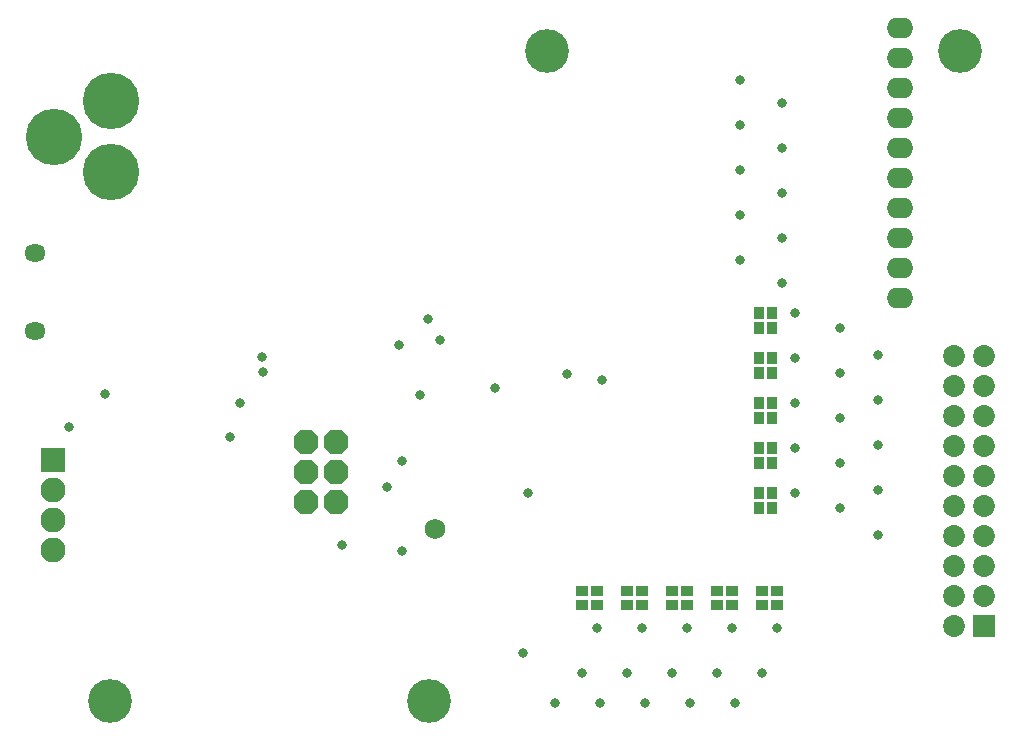
<source format=gbs>
G04 Layer_Color=8150272*
%FSLAX24Y24*%
%MOIN*%
G70*
G01*
G75*
%ADD63R,0.0356X0.0415*%
%ADD78C,0.0830*%
%ADD79R,0.0830X0.0830*%
%ADD80P,0.0888X8X112.5*%
%ADD81C,0.0730*%
%ADD82R,0.0730X0.0730*%
%ADD83O,0.0880X0.0680*%
%ADD84C,0.1880*%
%ADD85C,0.0680*%
%ADD86O,0.0710X0.0580*%
%ADD87C,0.1458*%
%ADD88C,0.0320*%
%ADD89R,0.0415X0.0356*%
D63*
X34774Y39000D02*
D03*
X35226D02*
D03*
X34774Y38500D02*
D03*
X35226D02*
D03*
X34774Y37500D02*
D03*
X35226D02*
D03*
X34774Y37000D02*
D03*
X35226D02*
D03*
X34774Y36000D02*
D03*
X35226D02*
D03*
X34774Y35500D02*
D03*
X35226D02*
D03*
X34774Y34500D02*
D03*
X35226D02*
D03*
X34774Y34000D02*
D03*
X35226D02*
D03*
X34774Y33000D02*
D03*
X35226D02*
D03*
X34774Y32500D02*
D03*
X35226D02*
D03*
D78*
X11250Y31100D02*
D03*
Y32100D02*
D03*
Y33100D02*
D03*
D79*
Y34100D02*
D03*
D80*
X19700Y34700D02*
D03*
X20700D02*
D03*
X19700Y33700D02*
D03*
X20700D02*
D03*
X19700Y32700D02*
D03*
X20700D02*
D03*
D81*
X42270Y36550D02*
D03*
X41270D02*
D03*
Y37550D02*
D03*
X42270D02*
D03*
Y35550D02*
D03*
X41270D02*
D03*
Y34550D02*
D03*
X42270D02*
D03*
X41270Y33550D02*
D03*
Y32550D02*
D03*
Y31550D02*
D03*
Y30550D02*
D03*
Y29550D02*
D03*
Y28550D02*
D03*
X42270Y33550D02*
D03*
Y32550D02*
D03*
Y31550D02*
D03*
Y30550D02*
D03*
Y29550D02*
D03*
D82*
Y28550D02*
D03*
D83*
X39470Y40500D02*
D03*
Y39500D02*
D03*
Y41500D02*
D03*
Y42500D02*
D03*
Y43500D02*
D03*
Y45500D02*
D03*
Y44500D02*
D03*
Y46500D02*
D03*
Y47500D02*
D03*
Y48500D02*
D03*
D84*
X11271Y44868D02*
D03*
X13200Y43706D02*
D03*
Y46069D02*
D03*
D85*
X24000Y31800D02*
D03*
D86*
X10648Y40999D02*
D03*
Y38401D02*
D03*
D87*
X13150Y26075D02*
D03*
X23780D02*
D03*
X27717Y47728D02*
D03*
X41496D02*
D03*
D88*
X34150Y40750D02*
D03*
X35550Y41500D02*
D03*
X34150Y42250D02*
D03*
X35550Y43000D02*
D03*
Y44500D02*
D03*
X34150Y43750D02*
D03*
Y45250D02*
D03*
X35550Y46000D02*
D03*
X34150Y46750D02*
D03*
X35550Y40000D02*
D03*
X36000Y39000D02*
D03*
X37500Y38500D02*
D03*
X36000Y37500D02*
D03*
X37500Y37000D02*
D03*
X36000Y36000D02*
D03*
X37500Y35500D02*
D03*
X36000Y34500D02*
D03*
Y33000D02*
D03*
X37500Y34000D02*
D03*
Y32500D02*
D03*
X38750Y31600D02*
D03*
Y33100D02*
D03*
Y34600D02*
D03*
Y36100D02*
D03*
Y37600D02*
D03*
X33900Y28500D02*
D03*
X35400D02*
D03*
X34900Y27000D02*
D03*
X33400D02*
D03*
X32400Y28500D02*
D03*
X31900Y27000D02*
D03*
X30900Y28500D02*
D03*
X30400Y27000D02*
D03*
X29400Y28500D02*
D03*
X28900Y27000D02*
D03*
X34000Y26000D02*
D03*
X32500D02*
D03*
X28000D02*
D03*
X29500D02*
D03*
X31000D02*
D03*
X26000Y36500D02*
D03*
X26913Y27663D02*
D03*
X22800Y37930D02*
D03*
X22400Y33200D02*
D03*
X22900Y31050D02*
D03*
X20900Y31250D02*
D03*
X22900Y34050D02*
D03*
X18250Y37010D02*
D03*
X23750Y38800D02*
D03*
X24150Y38100D02*
D03*
X28400Y36950D02*
D03*
X18228Y37522D02*
D03*
X11800Y35200D02*
D03*
X17500Y36000D02*
D03*
X17150Y34850D02*
D03*
X13000Y36300D02*
D03*
X29550Y36750D02*
D03*
X27100Y33000D02*
D03*
X23500Y36250D02*
D03*
D89*
X35400Y29726D02*
D03*
Y29274D02*
D03*
X34900Y29726D02*
D03*
Y29274D02*
D03*
X33900Y29726D02*
D03*
Y29274D02*
D03*
X33400Y29726D02*
D03*
Y29274D02*
D03*
X32400Y29726D02*
D03*
Y29274D02*
D03*
X31900Y29726D02*
D03*
Y29274D02*
D03*
X30900Y29726D02*
D03*
Y29274D02*
D03*
X30400Y29726D02*
D03*
Y29274D02*
D03*
X29400Y29726D02*
D03*
Y29274D02*
D03*
X28900Y29726D02*
D03*
Y29274D02*
D03*
M02*

</source>
